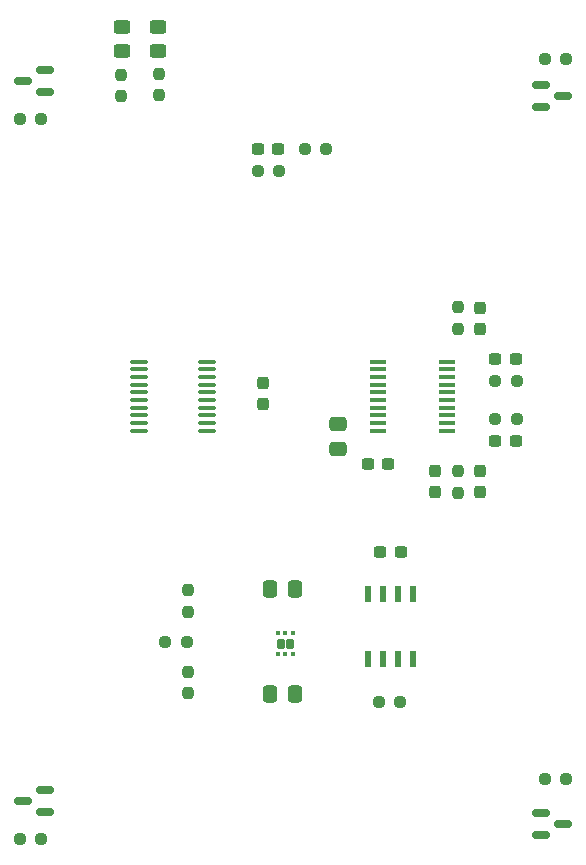
<source format=gtp>
G04 #@! TF.GenerationSoftware,KiCad,Pcbnew,7.0.7*
G04 #@! TF.CreationDate,2024-10-01T17:13:07-05:00*
G04 #@! TF.ProjectId,corner-board,636f726e-6572-42d6-926f-6172642e6b69,rev?*
G04 #@! TF.SameCoordinates,Original*
G04 #@! TF.FileFunction,Paste,Top*
G04 #@! TF.FilePolarity,Positive*
%FSLAX46Y46*%
G04 Gerber Fmt 4.6, Leading zero omitted, Abs format (unit mm)*
G04 Created by KiCad (PCBNEW 7.0.7) date 2024-10-01 17:13:07*
%MOMM*%
%LPD*%
G01*
G04 APERTURE LIST*
G04 Aperture macros list*
%AMRoundRect*
0 Rectangle with rounded corners*
0 $1 Rounding radius*
0 $2 $3 $4 $5 $6 $7 $8 $9 X,Y pos of 4 corners*
0 Add a 4 corners polygon primitive as box body*
4,1,4,$2,$3,$4,$5,$6,$7,$8,$9,$2,$3,0*
0 Add four circle primitives for the rounded corners*
1,1,$1+$1,$2,$3*
1,1,$1+$1,$4,$5*
1,1,$1+$1,$6,$7*
1,1,$1+$1,$8,$9*
0 Add four rect primitives between the rounded corners*
20,1,$1+$1,$2,$3,$4,$5,0*
20,1,$1+$1,$4,$5,$6,$7,0*
20,1,$1+$1,$6,$7,$8,$9,0*
20,1,$1+$1,$8,$9,$2,$3,0*%
G04 Aperture macros list end*
%ADD10RoundRect,0.172500X-0.172500X0.262500X-0.172500X-0.262500X0.172500X-0.262500X0.172500X0.262500X0*%
%ADD11RoundRect,0.093750X-0.106250X0.093750X-0.106250X-0.093750X0.106250X-0.093750X0.106250X0.093750X0*%
%ADD12RoundRect,0.237500X-0.237500X0.250000X-0.237500X-0.250000X0.237500X-0.250000X0.237500X0.250000X0*%
%ADD13RoundRect,0.237500X0.250000X0.237500X-0.250000X0.237500X-0.250000X-0.237500X0.250000X-0.237500X0*%
%ADD14RoundRect,0.150000X-0.587500X-0.150000X0.587500X-0.150000X0.587500X0.150000X-0.587500X0.150000X0*%
%ADD15RoundRect,0.250000X-0.450000X0.325000X-0.450000X-0.325000X0.450000X-0.325000X0.450000X0.325000X0*%
%ADD16RoundRect,0.237500X-0.250000X-0.237500X0.250000X-0.237500X0.250000X0.237500X-0.250000X0.237500X0*%
%ADD17RoundRect,0.237500X-0.237500X0.300000X-0.237500X-0.300000X0.237500X-0.300000X0.237500X0.300000X0*%
%ADD18R,1.473200X0.355600*%
%ADD19R,0.558800X1.460500*%
%ADD20RoundRect,0.100000X-0.637500X-0.100000X0.637500X-0.100000X0.637500X0.100000X-0.637500X0.100000X0*%
%ADD21RoundRect,0.250000X0.337500X0.475000X-0.337500X0.475000X-0.337500X-0.475000X0.337500X-0.475000X0*%
%ADD22RoundRect,0.150000X0.587500X0.150000X-0.587500X0.150000X-0.587500X-0.150000X0.587500X-0.150000X0*%
%ADD23RoundRect,0.237500X-0.300000X-0.237500X0.300000X-0.237500X0.300000X0.237500X-0.300000X0.237500X0*%
%ADD24RoundRect,0.237500X0.300000X0.237500X-0.300000X0.237500X-0.300000X-0.237500X0.300000X-0.237500X0*%
%ADD25RoundRect,0.250000X-0.475000X0.337500X-0.475000X-0.337500X0.475000X-0.337500X0.475000X0.337500X0*%
%ADD26RoundRect,0.237500X0.237500X-0.300000X0.237500X0.300000X-0.237500X0.300000X-0.237500X-0.300000X0*%
%ADD27RoundRect,0.237500X0.237500X-0.250000X0.237500X0.250000X-0.237500X0.250000X-0.237500X-0.250000X0*%
G04 APERTURE END LIST*
D10*
X63265000Y-69850000D03*
X62465000Y-69850000D03*
D11*
X63515000Y-68962500D03*
X62865000Y-68962500D03*
X62215000Y-68962500D03*
X62215000Y-70737500D03*
X62865000Y-70737500D03*
X63515000Y-70737500D03*
D12*
X48960000Y-21662500D03*
X48960000Y-23487500D03*
D13*
X82470000Y-50800000D03*
X80645000Y-50800000D03*
D14*
X84485000Y-84140000D03*
X84485000Y-86040000D03*
X86360000Y-85090000D03*
D15*
X49030000Y-17635000D03*
X49030000Y-19685000D03*
D13*
X42187500Y-25400000D03*
X40362500Y-25400000D03*
D12*
X54610000Y-65300850D03*
X54610000Y-67125850D03*
D15*
X52070000Y-17635000D03*
X52070000Y-19685000D03*
D16*
X60505000Y-29845000D03*
X62330000Y-29845000D03*
D12*
X52135000Y-21582500D03*
X52135000Y-23407500D03*
D16*
X84812500Y-20320000D03*
X86637500Y-20320000D03*
D17*
X60960000Y-47805000D03*
X60960000Y-49530000D03*
D18*
X76581000Y-51820000D03*
X76581000Y-51169999D03*
X76581000Y-50520001D03*
X76581000Y-49869999D03*
X76581000Y-49220001D03*
X76581000Y-48570002D03*
X76581000Y-47920001D03*
X76581000Y-47270002D03*
X76581000Y-46620001D03*
X76581000Y-45970002D03*
X70739000Y-45970000D03*
X70739000Y-46619998D03*
X70739000Y-47269999D03*
X70739000Y-47919998D03*
X70739000Y-48569999D03*
X70739000Y-49219998D03*
X70739000Y-49869999D03*
X70739000Y-50519998D03*
X70739000Y-51169999D03*
X70739000Y-51819998D03*
D19*
X73660000Y-65671700D03*
X72390000Y-65671700D03*
X71120000Y-65671700D03*
X69850000Y-65671700D03*
X69850000Y-71120000D03*
X71120000Y-71120000D03*
X72390000Y-71120000D03*
X73660000Y-71120000D03*
D20*
X50477500Y-45970000D03*
X50477500Y-46620000D03*
X50477500Y-47270000D03*
X50477500Y-47920000D03*
X50477500Y-48570000D03*
X50477500Y-49220000D03*
X50477500Y-49870000D03*
X50477500Y-50520000D03*
X50477500Y-51170000D03*
X50477500Y-51820000D03*
X56202500Y-51820000D03*
X56202500Y-51170000D03*
X56202500Y-50520000D03*
X56202500Y-49870000D03*
X56202500Y-49220000D03*
X56202500Y-48570000D03*
X56202500Y-47920000D03*
X56202500Y-47270000D03*
X56202500Y-46620000D03*
X56202500Y-45970000D03*
D21*
X63670000Y-65220850D03*
X61595000Y-65220850D03*
D17*
X75565000Y-55245000D03*
X75565000Y-56970000D03*
D13*
X54530000Y-69665850D03*
X52705000Y-69665850D03*
D16*
X84812500Y-81280000D03*
X86637500Y-81280000D03*
D22*
X42515000Y-23175000D03*
X42515000Y-21275000D03*
X40640000Y-22225000D03*
D23*
X70892500Y-62045850D03*
X72617500Y-62045850D03*
D16*
X64492500Y-27940000D03*
X66317500Y-27940000D03*
D21*
X63670000Y-74110850D03*
X61595000Y-74110850D03*
D24*
X71575000Y-54610000D03*
X69850000Y-54610000D03*
D23*
X80645000Y-52705000D03*
X82370000Y-52705000D03*
D25*
X67310000Y-51265000D03*
X67310000Y-53340000D03*
D26*
X79375000Y-43180000D03*
X79375000Y-41455000D03*
D27*
X77470000Y-57070000D03*
X77470000Y-55245000D03*
D14*
X84485000Y-22545000D03*
X84485000Y-24445000D03*
X86360000Y-23495000D03*
D22*
X42515000Y-84135000D03*
X42515000Y-82235000D03*
X40640000Y-83185000D03*
D24*
X62230000Y-27940000D03*
X60505000Y-27940000D03*
D13*
X42187500Y-86360000D03*
X40362500Y-86360000D03*
X82470000Y-47625000D03*
X80645000Y-47625000D03*
X72577100Y-74745850D03*
X70752100Y-74745850D03*
D12*
X77470000Y-41355000D03*
X77470000Y-43180000D03*
X54610000Y-72205850D03*
X54610000Y-74030850D03*
D17*
X79375000Y-55245000D03*
X79375000Y-56970000D03*
D23*
X80645000Y-45720000D03*
X82370000Y-45720000D03*
M02*

</source>
